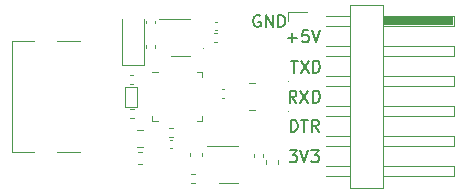
<source format=gto>
%TF.GenerationSoftware,KiCad,Pcbnew,(6.0.2)*%
%TF.CreationDate,2022-04-27T15:01:22+08:00*%
%TF.ProjectId,USBtoTTL,55534274-6f54-4544-9c2e-6b696361645f,rev?*%
%TF.SameCoordinates,Original*%
%TF.FileFunction,Legend,Top*%
%TF.FilePolarity,Positive*%
%FSLAX45Y45*%
G04 Gerber Fmt 4.5, Leading zero omitted, Abs format (unit mm)*
G04 Created by KiCad (PCBNEW (6.0.2)) date 2022-04-27 15:01:22*
%MOMM*%
%LPD*%
G01*
G04 APERTURE LIST*
%ADD10C,0.152400*%
%ADD11C,0.150000*%
%ADD12C,0.120000*%
%ADD13C,0.100000*%
%ADD14R,6.000000X0.760000*%
G04 APERTURE END LIST*
D10*
X7999669Y-7236702D02*
X8062565Y-7236702D01*
X8028698Y-7275407D01*
X8043212Y-7275407D01*
X8052888Y-7280245D01*
X8057727Y-7285083D01*
X8062565Y-7294759D01*
X8062565Y-7318949D01*
X8057727Y-7328626D01*
X8052888Y-7333464D01*
X8043212Y-7338302D01*
X8014184Y-7338302D01*
X8004508Y-7333464D01*
X7999669Y-7328626D01*
X8091593Y-7236702D02*
X8125460Y-7338302D01*
X8159327Y-7236702D01*
X8183517Y-7236702D02*
X8246412Y-7236702D01*
X8212546Y-7275407D01*
X8227060Y-7275407D01*
X8236736Y-7280245D01*
X8241574Y-7285083D01*
X8246412Y-7294759D01*
X8246412Y-7318949D01*
X8241574Y-7328626D01*
X8236736Y-7333464D01*
X8227060Y-7338302D01*
X8198031Y-7338302D01*
X8188355Y-7333464D01*
X8183517Y-7328626D01*
D11*
X8011969Y-6478118D02*
X8069112Y-6478118D01*
X8040541Y-6578118D02*
X8040541Y-6478118D01*
X8092922Y-6478118D02*
X8159588Y-6578118D01*
X8159588Y-6478118D02*
X8092922Y-6578118D01*
X8197684Y-6578118D02*
X8197684Y-6478118D01*
X8221493Y-6478118D01*
X8235779Y-6482880D01*
X8245303Y-6492404D01*
X8250065Y-6501928D01*
X8254827Y-6520975D01*
X8254827Y-6535261D01*
X8250065Y-6554308D01*
X8245303Y-6563832D01*
X8235779Y-6573356D01*
X8221493Y-6578118D01*
X8197684Y-6578118D01*
D10*
X7748330Y-6096000D02*
X7738654Y-6091162D01*
X7724140Y-6091162D01*
X7709626Y-6096000D01*
X7699949Y-6105676D01*
X7695111Y-6115352D01*
X7690273Y-6134705D01*
X7690273Y-6149219D01*
X7695111Y-6168571D01*
X7699949Y-6178248D01*
X7709626Y-6187924D01*
X7724140Y-6192762D01*
X7733816Y-6192762D01*
X7748330Y-6187924D01*
X7753168Y-6183086D01*
X7753168Y-6149219D01*
X7733816Y-6149219D01*
X7796711Y-6192762D02*
X7796711Y-6091162D01*
X7854768Y-6192762D01*
X7854768Y-6091162D01*
X7903149Y-6192762D02*
X7903149Y-6091162D01*
X7927340Y-6091162D01*
X7941854Y-6096000D01*
X7951530Y-6105676D01*
X7956368Y-6115352D01*
X7961207Y-6134705D01*
X7961207Y-6149219D01*
X7956368Y-6168571D01*
X7951530Y-6178248D01*
X7941854Y-6187924D01*
X7927340Y-6192762D01*
X7903149Y-6192762D01*
X7984671Y-6283597D02*
X8062081Y-6283597D01*
X8023376Y-6322302D02*
X8023376Y-6244892D01*
X8158843Y-6220702D02*
X8110462Y-6220702D01*
X8105624Y-6269083D01*
X8110462Y-6264245D01*
X8120138Y-6259407D01*
X8144328Y-6259407D01*
X8154005Y-6264245D01*
X8158843Y-6269083D01*
X8163681Y-6278759D01*
X8163681Y-6302949D01*
X8158843Y-6312626D01*
X8154005Y-6317464D01*
X8144328Y-6322302D01*
X8120138Y-6322302D01*
X8110462Y-6317464D01*
X8105624Y-6312626D01*
X8192709Y-6220702D02*
X8226576Y-6322302D01*
X8260443Y-6220702D01*
X8057485Y-6832842D02*
X8023618Y-6784461D01*
X7999428Y-6832842D02*
X7999428Y-6731242D01*
X8038132Y-6731242D01*
X8047808Y-6736080D01*
X8052647Y-6740918D01*
X8057485Y-6750594D01*
X8057485Y-6765108D01*
X8052647Y-6774785D01*
X8047808Y-6779623D01*
X8038132Y-6784461D01*
X7999428Y-6784461D01*
X8091351Y-6731242D02*
X8159085Y-6832842D01*
X8159085Y-6731242D02*
X8091351Y-6832842D01*
X8197789Y-6832842D02*
X8197789Y-6731242D01*
X8221980Y-6731242D01*
X8236494Y-6736080D01*
X8246170Y-6745756D01*
X8251008Y-6755432D01*
X8255847Y-6774785D01*
X8255847Y-6789299D01*
X8251008Y-6808651D01*
X8246170Y-6818328D01*
X8236494Y-6828004D01*
X8221980Y-6832842D01*
X8197789Y-6832842D01*
X8009346Y-7079222D02*
X8009346Y-6977622D01*
X8033536Y-6977622D01*
X8048050Y-6982460D01*
X8057727Y-6992136D01*
X8062565Y-7001812D01*
X8067403Y-7021165D01*
X8067403Y-7035679D01*
X8062565Y-7055031D01*
X8057727Y-7064708D01*
X8048050Y-7074384D01*
X8033536Y-7079222D01*
X8009346Y-7079222D01*
X8096431Y-6977622D02*
X8154488Y-6977622D01*
X8125460Y-7079222D02*
X8125460Y-6977622D01*
X8246412Y-7079222D02*
X8212546Y-7030841D01*
X8188355Y-7079222D02*
X8188355Y-6977622D01*
X8227060Y-6977622D01*
X8236736Y-6982460D01*
X8241574Y-6987298D01*
X8246412Y-6996974D01*
X8246412Y-7011488D01*
X8241574Y-7021165D01*
X8236736Y-7026003D01*
X8227060Y-7030841D01*
X8188355Y-7030841D01*
D12*
%TO.C,R6*%
X6647256Y-6962040D02*
X6677984Y-6962040D01*
X6647256Y-6886040D02*
X6677984Y-6886040D01*
%TO.C,C1*%
X6576540Y-6517500D02*
X6763540Y-6517500D01*
X6763540Y-6517500D02*
X6763540Y-6126500D01*
X6576540Y-6126500D02*
X6576540Y-6517500D01*
%TO.C,R1*%
X7167756Y-7434680D02*
X7198484Y-7434680D01*
X7167756Y-7510680D02*
X7198484Y-7510680D01*
%TO.C,C4*%
X6984376Y-7147120D02*
X7005944Y-7147120D01*
X6984376Y-7219120D02*
X7005944Y-7219120D01*
%TO.C,U3*%
X6885000Y-6570800D02*
X6837500Y-6570800D01*
X7212000Y-6570800D02*
X7259500Y-6570800D01*
X7259500Y-6570800D02*
X7259500Y-6618300D01*
X7212000Y-6992800D02*
X7259500Y-6992800D01*
X6837500Y-6992800D02*
X6837500Y-6945300D01*
X7259500Y-6992800D02*
X7259500Y-6945300D01*
X6885000Y-6992800D02*
X6837500Y-6992800D01*
%TO.C,C9*%
X7426336Y-6792400D02*
X7447904Y-6792400D01*
X7426336Y-6720400D02*
X7447904Y-6720400D01*
%TO.C,F1*%
X6759398Y-7208400D02*
X6707682Y-7208400D01*
X6759398Y-7066400D02*
X6707682Y-7066400D01*
%TO.C,RN1*%
X7658500Y-6895800D02*
X7708500Y-6895800D01*
X7658500Y-6667800D02*
X7708500Y-6667800D01*
%TO.C,J1*%
X8304000Y-6100260D02*
X8515000Y-6100260D01*
X8304000Y-6442260D02*
X8515000Y-6442260D01*
X8789000Y-6862260D02*
X9389000Y-6862260D01*
X9389000Y-6354260D02*
X9389000Y-6442260D01*
X8789000Y-7553260D02*
X8515000Y-7553260D01*
X9389000Y-6442260D02*
X8789000Y-6442260D01*
X7990000Y-6144260D02*
X7990000Y-6062260D01*
X8304000Y-6950260D02*
X8515000Y-6950260D01*
X8789000Y-6354260D02*
X9389000Y-6354260D01*
X9389000Y-7116260D02*
X9389000Y-7204260D01*
X8304000Y-7204260D02*
X8515000Y-7204260D01*
X8304000Y-7116260D02*
X8515000Y-7116260D01*
X8789000Y-6005260D02*
X8789000Y-7553260D01*
X8304000Y-6188260D02*
X8515000Y-6188260D01*
X9389000Y-6862260D02*
X9389000Y-6950260D01*
X8789000Y-6608260D02*
X9389000Y-6608260D01*
X8515000Y-6005260D02*
X8789000Y-6005260D01*
X9389000Y-7204260D02*
X8789000Y-7204260D01*
X8789000Y-6100260D02*
X9389000Y-6100260D01*
X8304000Y-7458260D02*
X8515000Y-7458260D01*
X8789000Y-7370260D02*
X9389000Y-7370260D01*
X8304000Y-6862260D02*
X8515000Y-6862260D01*
X8515000Y-7553260D02*
X8515000Y-6005260D01*
X8304000Y-6608260D02*
X8515000Y-6608260D01*
X9389000Y-7458260D02*
X8789000Y-7458260D01*
X7990000Y-6062260D02*
X8147000Y-6062260D01*
X9389000Y-6100260D02*
X9389000Y-6188260D01*
X9389000Y-6608260D02*
X9389000Y-6696260D01*
X8304000Y-6354260D02*
X8515000Y-6354260D01*
X9389000Y-6950260D02*
X8789000Y-6950260D01*
X8789000Y-7116260D02*
X9389000Y-7116260D01*
X8304000Y-6696260D02*
X8515000Y-6696260D01*
X9389000Y-7370260D02*
X9389000Y-7458260D01*
X8304000Y-7370260D02*
X8515000Y-7370260D01*
X9389000Y-6696260D02*
X8789000Y-6696260D01*
X9389000Y-6188260D02*
X8789000Y-6188260D01*
%TO.C,R3*%
X7358256Y-6240880D02*
X7388984Y-6240880D01*
X7358256Y-6316880D02*
X7388984Y-6316880D01*
%TO.C,C2*%
X6786440Y-6160124D02*
X6786440Y-6138556D01*
X6858440Y-6160124D02*
X6858440Y-6138556D01*
%TO.C,U1*%
X7482840Y-7514380D02*
X7402840Y-7514380D01*
X7482840Y-7202380D02*
X7562840Y-7202380D01*
X7482840Y-7202380D02*
X7302840Y-7202380D01*
X7482840Y-7514380D02*
X7562840Y-7514380D01*
D13*
%TO.C,D4*%
X7269620Y-6090920D02*
G75*
G03*
X7269620Y-6090920I-5000J0D01*
G01*
%TO.C,D3*%
X7991490Y-6906260D02*
G75*
G03*
X7991490Y-6906260I-5000J0D01*
G01*
D12*
%TO.C,U4*%
X6707340Y-6696800D02*
X6607340Y-6696800D01*
X6607340Y-6696800D02*
X6607340Y-6866800D01*
X6607340Y-6866800D02*
X6707340Y-6866800D01*
X6707340Y-6866800D02*
X6707340Y-6696800D01*
%TO.C,C8*%
X7364836Y-6148900D02*
X7386404Y-6148900D01*
X7364836Y-6220900D02*
X7386404Y-6220900D01*
%TO.C,R5*%
X6644516Y-6601560D02*
X6675244Y-6601560D01*
X6644516Y-6677560D02*
X6675244Y-6677560D01*
%TO.C,R4*%
X6979796Y-7051140D02*
X7010524Y-7051140D01*
X6979796Y-7127140D02*
X7010524Y-7127140D01*
%TO.C,C3*%
X7152440Y-7260502D02*
X7152440Y-7288618D01*
X7254440Y-7260502D02*
X7254440Y-7288618D01*
%TO.C,C5*%
X7802880Y-7349578D02*
X7802880Y-7321462D01*
X7904880Y-7349578D02*
X7904880Y-7321462D01*
%TO.C,C7*%
X6747598Y-7356040D02*
X6719482Y-7356040D01*
X6747598Y-7254040D02*
X6719482Y-7254040D01*
%TO.C,U2*%
X7073900Y-6122880D02*
X7153900Y-6122880D01*
X7073900Y-6434880D02*
X7153900Y-6434880D01*
X7073900Y-6122880D02*
X6893900Y-6122880D01*
X7073900Y-6434880D02*
X6993900Y-6434880D01*
%TO.C,C6*%
X7698500Y-7290424D02*
X7698500Y-7268856D01*
X7770500Y-7290424D02*
X7770500Y-7268856D01*
%TO.C,J2*%
X5647460Y-6311800D02*
X5647460Y-7251800D01*
X6227460Y-7251800D02*
X6027460Y-7251800D01*
X5837460Y-6311800D02*
X5647460Y-6311800D01*
X6227460Y-6311800D02*
X6027460Y-6311800D01*
X5837460Y-7251800D02*
X5647460Y-7251800D01*
D13*
%TO.C,D1*%
X7269620Y-6375400D02*
G75*
G03*
X7269620Y-6375400I-5000J0D01*
G01*
%TO.C,D2*%
X7991490Y-6652260D02*
G75*
G03*
X7991490Y-6652260I-5000J0D01*
G01*
D12*
%TO.C,R2*%
X6784440Y-6372984D02*
X6784440Y-6342256D01*
X6860440Y-6372984D02*
X6860440Y-6342256D01*
%TD*%
D14*
%TO.C,J1*%
X9089000Y-6144260D03*
%TD*%
M02*

</source>
